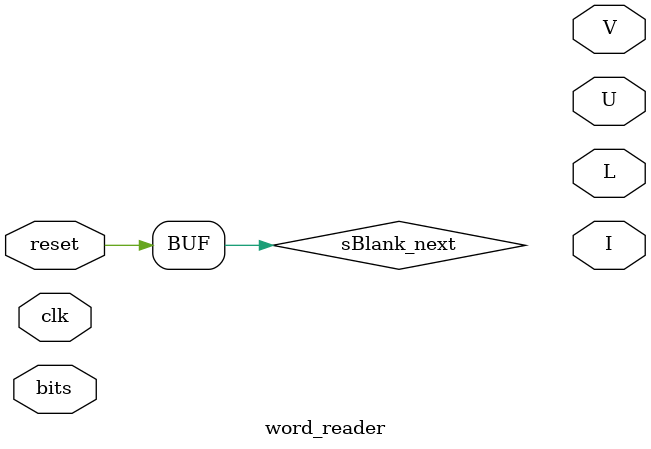
<source format=v>
module dffe(q, d, clk, enable, reset);
   output q;
   reg    q;
   input  d;
   input  clk, enable, reset;

   always@(reset)
     if (reset == 1'b1)
       q <= 0;

   always@(posedge clk)
     if ((reset == 1'b0) && (enable == 1'b1))
       q <= d;
endmodule // dffe


module word_reader(I, L, U, V, bits, clk, reset);
   output 	I, L, U, V;
   input [1:0] 	bits;
   input 	reset, clk;

   wire         sBlank, sBlank_next;
   
   dffe fsBlank(sBlank, sBlank_next, clk, 1'b1, 1'b0);

   assign sBlank_next = reset;  // | other condition ... 
   
endmodule // word_reader

</source>
